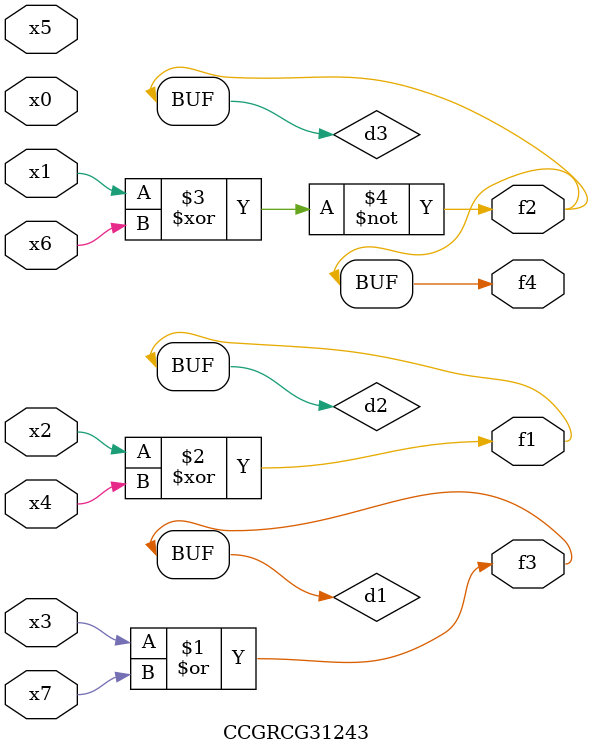
<source format=v>
module CCGRCG31243(
	input x0, x1, x2, x3, x4, x5, x6, x7,
	output f1, f2, f3, f4
);

	wire d1, d2, d3;

	or (d1, x3, x7);
	xor (d2, x2, x4);
	xnor (d3, x1, x6);
	assign f1 = d2;
	assign f2 = d3;
	assign f3 = d1;
	assign f4 = d3;
endmodule

</source>
